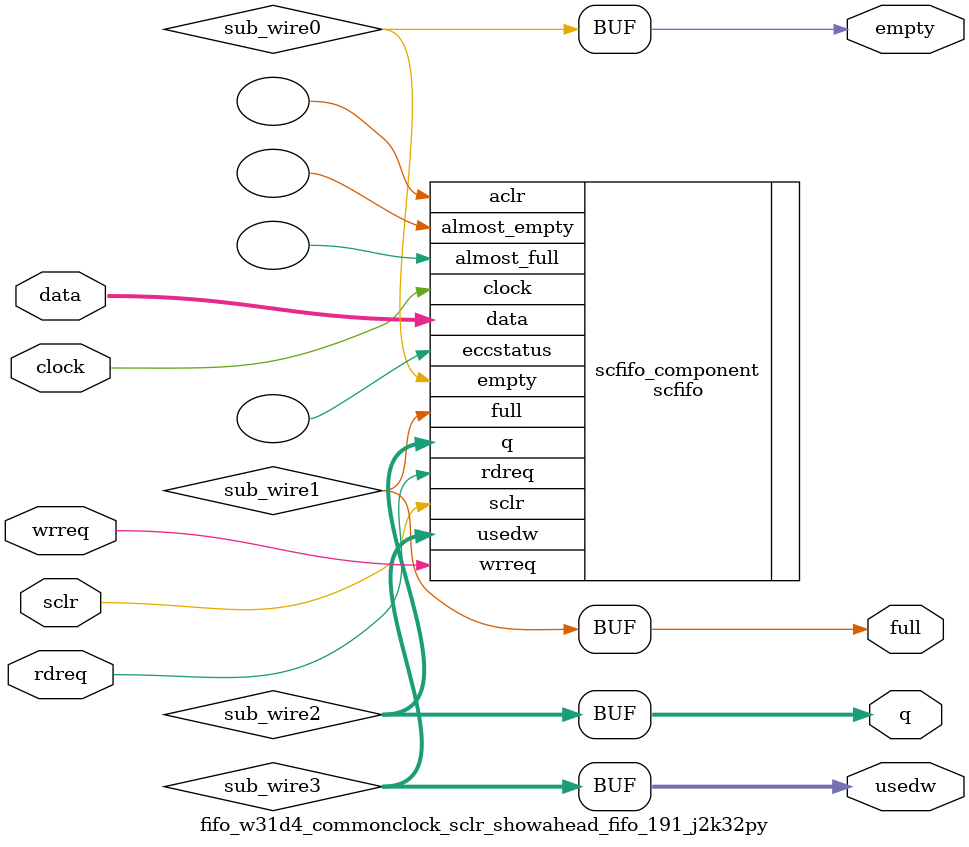
<source format=v>



`timescale 1 ps / 1 ps
// synopsys translate_on
module  fifo_w31d4_commonclock_sclr_showahead_fifo_191_j2k32py  (
    clock,
    data,
    rdreq,
    sclr,
    wrreq,
    empty,
    full,
    q,
    usedw);

    input    clock;
    input  [30:0]  data;
    input    rdreq;
    input    sclr;
    input    wrreq;
    output   empty;
    output   full;
    output [30:0]  q;
    output [1:0]  usedw;

    wire  sub_wire0;
    wire  sub_wire1;
    wire [30:0] sub_wire2;
    wire [1:0] sub_wire3;
    wire  empty = sub_wire0;
    wire  full = sub_wire1;
    wire [30:0] q = sub_wire2[30:0];
    wire [1:0] usedw = sub_wire3[1:0];

    scfifo  scfifo_component (
                .clock (clock),
                .data (data),
                .rdreq (rdreq),
                .sclr (sclr),
                .wrreq (wrreq),
                .empty (sub_wire0),
                .full (sub_wire1),
                .q (sub_wire2),
                .usedw (sub_wire3),
                .aclr (),
                .almost_empty (),
                .almost_full (),
                .eccstatus ());
    defparam
        scfifo_component.add_ram_output_register  = "OFF",
        scfifo_component.enable_ecc  = "FALSE",
        scfifo_component.intended_device_family  = "Arria 10",
        scfifo_component.lpm_numwords  = 4,
        scfifo_component.lpm_showahead  = "ON",
        scfifo_component.lpm_type  = "scfifo",
        scfifo_component.lpm_width  = 31,
        scfifo_component.lpm_widthu  = 2,
        scfifo_component.overflow_checking  = "ON",
        scfifo_component.underflow_checking  = "ON",
        scfifo_component.use_eab  = "ON";


endmodule



</source>
